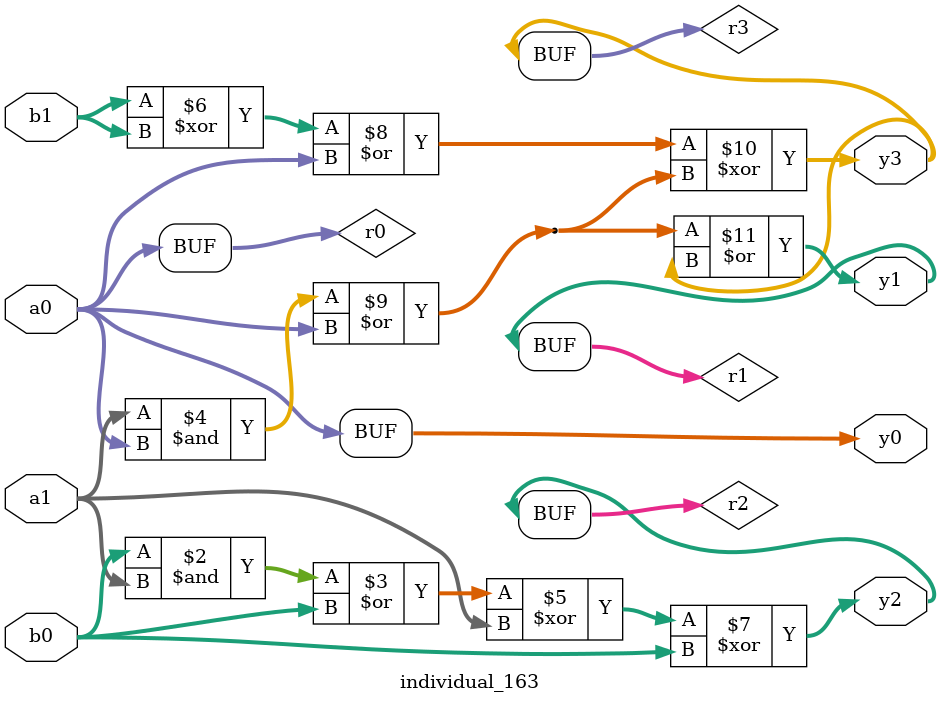
<source format=sv>
module individual_163(input logic [15:0] a1, input logic [15:0] a0, input logic [15:0] b1, input logic [15:0] b0, output logic [15:0] y3, output logic [15:0] y2, output logic [15:0] y1, output logic [15:0] y0);
logic [15:0] r0, r1, r2, r3; 
 always@(*) begin 
	 r0 = a0; r1 = a1; r2 = b0; r3 = b1; 
 	 r2  &=  a1 ;
 	 r2  |=  b0 ;
 	 r1  &=  a0 ;
 	 r2  ^=  a1 ;
 	 r3  ^=  r3 ;
 	 r2  ^=  b0 ;
 	 r3  |=  r0 ;
 	 r1  |=  r0 ;
 	 r3  ^=  r1 ;
 	 r1  |=  r3 ;
 	 y3 = r3; y2 = r2; y1 = r1; y0 = r0; 
end
endmodule
</source>
